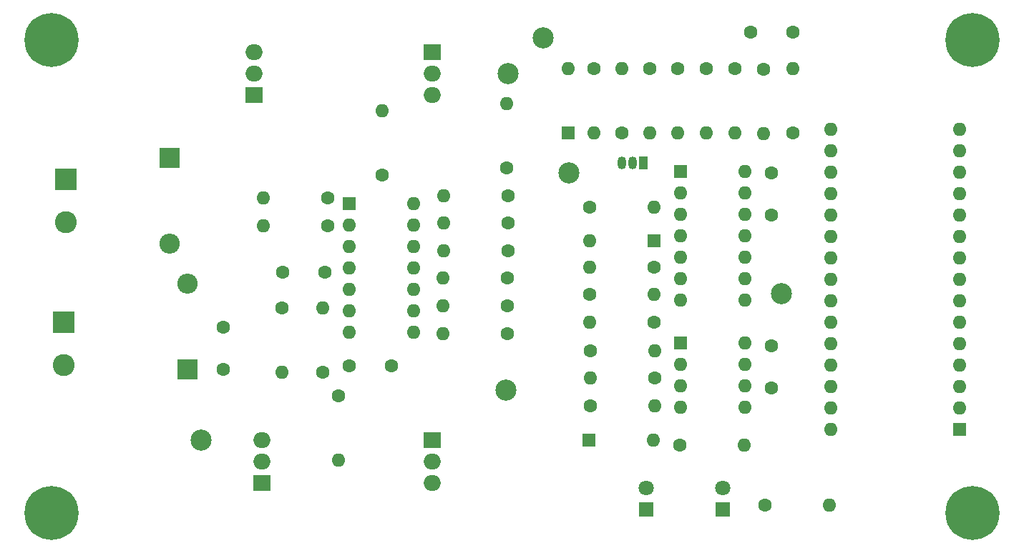
<source format=gbr>
%TF.GenerationSoftware,KiCad,Pcbnew,7.0.1*%
%TF.CreationDate,2023-08-13T16:19:12-06:00*%
%TF.ProjectId,USB_curve_tracer,5553425f-6375-4727-9665-5f7472616365,2*%
%TF.SameCoordinates,Original*%
%TF.FileFunction,Soldermask,Bot*%
%TF.FilePolarity,Negative*%
%FSLAX46Y46*%
G04 Gerber Fmt 4.6, Leading zero omitted, Abs format (unit mm)*
G04 Created by KiCad (PCBNEW 7.0.1) date 2023-08-13 16:19:12*
%MOMM*%
%LPD*%
G01*
G04 APERTURE LIST*
%ADD10C,1.600000*%
%ADD11O,1.600000X1.600000*%
%ADD12C,2.500000*%
%ADD13R,1.600000X1.600000*%
%ADD14R,2.400000X2.400000*%
%ADD15O,2.400000X2.400000*%
%ADD16R,2.000000X1.905000*%
%ADD17O,2.000000X1.905000*%
%ADD18C,0.800000*%
%ADD19C,6.400000*%
%ADD20R,2.600000X2.600000*%
%ADD21C,2.600000*%
%ADD22R,1.800000X1.800000*%
%ADD23C,1.800000*%
%ADD24R,1.050000X1.500000*%
%ADD25O,1.050000X1.500000*%
G04 APERTURE END LIST*
D10*
%TO.C,R25*%
X164492056Y-76382944D03*
D11*
X164492056Y-84002944D03*
%TD*%
D10*
%TO.C,R1*%
X150790000Y-116300000D03*
D11*
X158410000Y-116300000D03*
%TD*%
D10*
%TO.C,R28*%
X150790000Y-109800000D03*
D11*
X158410000Y-109800000D03*
%TD*%
D12*
%TO.C,TP1*%
X104697056Y-120352944D03*
%TD*%
D13*
%TO.C,D5*%
X158310000Y-96800000D03*
D11*
X150690000Y-96800000D03*
%TD*%
D14*
%TO.C,D2*%
X100997056Y-86917944D03*
D15*
X100997056Y-97077944D03*
%TD*%
D10*
%TO.C,R12*%
X171397056Y-128067944D03*
D11*
X179017056Y-128067944D03*
%TD*%
D13*
%TO.C,D3*%
X148127056Y-84017944D03*
D11*
X148127056Y-76397944D03*
%TD*%
D12*
%TO.C,TP3*%
X148200000Y-88700000D03*
%TD*%
D16*
%TO.C,Q5*%
X111942056Y-125492944D03*
D17*
X111942056Y-122952944D03*
X111942056Y-120412944D03*
%TD*%
D10*
%TO.C,R20*%
X154527056Y-84017944D03*
D11*
X154527056Y-76397944D03*
%TD*%
D13*
%TO.C,U1*%
X161397056Y-108872944D03*
D11*
X161397056Y-111412944D03*
X161397056Y-113952944D03*
X161397056Y-116492944D03*
X169017056Y-116492944D03*
X169017056Y-113952944D03*
X169017056Y-111412944D03*
X169017056Y-108872944D03*
%TD*%
D13*
%TO.C,D4*%
X150590000Y-120400000D03*
D11*
X158210000Y-120400000D03*
%TD*%
D18*
%TO.C,H2*%
X193600000Y-73000000D03*
X194302944Y-71302944D03*
X194302944Y-74697056D03*
X196000000Y-70600000D03*
D19*
X196000000Y-73000000D03*
D18*
X196000000Y-75400000D03*
X197697056Y-71302944D03*
X197697056Y-74697056D03*
X198400000Y-73000000D03*
%TD*%
D10*
%TO.C,R14*%
X140967056Y-107797944D03*
D11*
X133347056Y-107797944D03*
%TD*%
D10*
%TO.C,R22*%
X171227056Y-76407944D03*
D11*
X171227056Y-84027944D03*
%TD*%
D18*
%TO.C,H1*%
X84600000Y-73000000D03*
X85302944Y-71302944D03*
X85302944Y-74697056D03*
X87000000Y-70600000D03*
D19*
X87000000Y-73000000D03*
D18*
X87000000Y-75400000D03*
X88697056Y-71302944D03*
X88697056Y-74697056D03*
X89400000Y-73000000D03*
%TD*%
D10*
%TO.C,R27*%
X157762056Y-76387944D03*
D11*
X157762056Y-84007944D03*
%TD*%
D16*
%TO.C,Q1*%
X110942056Y-79492944D03*
D17*
X110942056Y-76952944D03*
X110942056Y-74412944D03*
%TD*%
D10*
%TO.C,R2*%
X119067056Y-112307944D03*
D11*
X119067056Y-104687944D03*
%TD*%
D10*
%TO.C,R11*%
X161390000Y-121000000D03*
D11*
X169010000Y-121000000D03*
%TD*%
D20*
%TO.C,J2*%
X88470169Y-106453452D03*
D21*
X88470169Y-111533452D03*
%TD*%
D16*
%TO.C,Q2*%
X132052056Y-74412944D03*
D17*
X132052056Y-76952944D03*
X132052056Y-79492944D03*
%TD*%
D10*
%TO.C,R5*%
X151227056Y-76397944D03*
D11*
X151227056Y-84017944D03*
%TD*%
D10*
%TO.C,C2*%
X174700000Y-72000000D03*
X169700000Y-72000000D03*
%TD*%
D20*
%TO.C,J1*%
X88677669Y-89453452D03*
D21*
X88677669Y-94533452D03*
%TD*%
D13*
%TO.C,U3*%
X161397056Y-88587944D03*
D11*
X161397056Y-91127944D03*
X161397056Y-93667944D03*
X161397056Y-96207944D03*
X161397056Y-98747944D03*
X161397056Y-101287944D03*
X161397056Y-103827944D03*
X169017056Y-103827944D03*
X169017056Y-101287944D03*
X169017056Y-98747944D03*
X169017056Y-96207944D03*
X169017056Y-93667944D03*
X169017056Y-91127944D03*
X169017056Y-88587944D03*
%TD*%
D10*
%TO.C,C3*%
X107297056Y-111997944D03*
X107297056Y-106997944D03*
%TD*%
D22*
%TO.C,D6*%
X157397056Y-128607944D03*
D23*
X157397056Y-126067944D03*
%TD*%
D10*
%TO.C,C5*%
X172197056Y-88712944D03*
X172197056Y-93712944D03*
%TD*%
%TO.C,R17*%
X158310000Y-106400000D03*
D11*
X150690000Y-106400000D03*
%TD*%
D10*
%TO.C,C8*%
X122267056Y-111612944D03*
X127267056Y-111612944D03*
%TD*%
%TO.C,R24*%
X167892056Y-76387944D03*
D11*
X167892056Y-84007944D03*
%TD*%
D10*
%TO.C,R10*%
X150690000Y-92800000D03*
D11*
X158310000Y-92800000D03*
%TD*%
D10*
%TO.C,R4*%
X126097056Y-88972944D03*
D11*
X126097056Y-81352944D03*
%TD*%
D10*
%TO.C,R30*%
X158310000Y-99900000D03*
D11*
X150690000Y-99900000D03*
%TD*%
D10*
%TO.C,R8*%
X140997056Y-97952944D03*
D11*
X133377056Y-97952944D03*
%TD*%
D10*
%TO.C,R26*%
X161092056Y-76387944D03*
D11*
X161092056Y-84007944D03*
%TD*%
D18*
%TO.C,H4*%
X193600000Y-129000000D03*
X194302944Y-127302944D03*
X194302944Y-130697056D03*
X196000000Y-126600000D03*
D19*
X196000000Y-129000000D03*
D18*
X196000000Y-131400000D03*
X197697056Y-127302944D03*
X197697056Y-130697056D03*
X198400000Y-129000000D03*
%TD*%
D10*
%TO.C,R21*%
X174727056Y-84007944D03*
D11*
X174727056Y-76387944D03*
%TD*%
D10*
%TO.C,R15*%
X140967056Y-104497944D03*
D11*
X133347056Y-104497944D03*
%TD*%
D10*
%TO.C,R16*%
X140967056Y-101197944D03*
D11*
X133347056Y-101197944D03*
%TD*%
D12*
%TO.C,TP4*%
X145200000Y-72700000D03*
%TD*%
D13*
%TO.C,A1*%
X194437056Y-119152944D03*
D11*
X194437056Y-116612944D03*
X194437056Y-114072944D03*
X194437056Y-111532944D03*
X194437056Y-108992944D03*
X194437056Y-106452944D03*
X194437056Y-103912944D03*
X194437056Y-101372944D03*
X194437056Y-98832944D03*
X194437056Y-96292944D03*
X194437056Y-93752944D03*
X194437056Y-91212944D03*
X194437056Y-88672944D03*
X194437056Y-86132944D03*
X194437056Y-83592944D03*
X179197056Y-83592944D03*
X179197056Y-86132944D03*
X179197056Y-88672944D03*
X179197056Y-91212944D03*
X179197056Y-93752944D03*
X179197056Y-96292944D03*
X179197056Y-98832944D03*
X179197056Y-101372944D03*
X179197056Y-103912944D03*
X179197056Y-106452944D03*
X179197056Y-108992944D03*
X179197056Y-111532944D03*
X179197056Y-114072944D03*
X179197056Y-116612944D03*
X179197056Y-119152944D03*
%TD*%
D14*
%TO.C,D1*%
X103097056Y-112032944D03*
D15*
X103097056Y-101872944D03*
%TD*%
D24*
%TO.C,U4*%
X157070000Y-87500000D03*
D25*
X155800000Y-87500000D03*
X154530000Y-87500000D03*
%TD*%
D12*
%TO.C,TP2*%
X140997056Y-76952944D03*
%TD*%
D10*
%TO.C,C1*%
X172197056Y-114172944D03*
X172197056Y-109172944D03*
%TD*%
D18*
%TO.C,H3*%
X84600000Y-129000000D03*
X85302944Y-127302944D03*
X85302944Y-130697056D03*
X87000000Y-126600000D03*
D19*
X87000000Y-129000000D03*
D18*
X87000000Y-131400000D03*
X88697056Y-127302944D03*
X88697056Y-130697056D03*
X89400000Y-129000000D03*
%TD*%
D10*
%TO.C,R19*%
X140997056Y-91452944D03*
D11*
X133377056Y-91452944D03*
%TD*%
D16*
%TO.C,Q6*%
X132052056Y-120412944D03*
D17*
X132052056Y-122952944D03*
X132052056Y-125492944D03*
%TD*%
D10*
%TO.C,R13*%
X140867056Y-88112944D03*
D11*
X140867056Y-80492944D03*
%TD*%
D10*
%TO.C,R29*%
X150660000Y-103105000D03*
D11*
X158280000Y-103105000D03*
%TD*%
D10*
%TO.C,R23*%
X158400000Y-113000000D03*
D11*
X150780000Y-113000000D03*
%TD*%
D10*
%TO.C,R18*%
X140987056Y-94652944D03*
D11*
X133367056Y-94652944D03*
%TD*%
D22*
%TO.C,D7*%
X166397056Y-128607944D03*
D23*
X166397056Y-126067944D03*
%TD*%
D10*
%TO.C,R9*%
X120997056Y-115142944D03*
D11*
X120997056Y-122762944D03*
%TD*%
D10*
%TO.C,C4*%
X119387056Y-100452944D03*
X114387056Y-100452944D03*
%TD*%
D13*
%TO.C,U2*%
X122267056Y-92372944D03*
D11*
X122267056Y-94912944D03*
X122267056Y-97452944D03*
X122267056Y-99992944D03*
X122267056Y-102532944D03*
X122267056Y-105072944D03*
X122267056Y-107612944D03*
X129887056Y-107612944D03*
X129887056Y-105072944D03*
X129887056Y-102532944D03*
X129887056Y-99992944D03*
X129887056Y-97452944D03*
X129887056Y-94912944D03*
X129887056Y-92372944D03*
%TD*%
D12*
%TO.C,TP5*%
X140797056Y-114452944D03*
%TD*%
%TO.C,TP6*%
X173397056Y-103067944D03*
%TD*%
D10*
%TO.C,R7*%
X119710000Y-91700000D03*
D11*
X112090000Y-91700000D03*
%TD*%
D10*
%TO.C,R3*%
X114297056Y-104687944D03*
D11*
X114297056Y-112307944D03*
%TD*%
D10*
%TO.C,R6*%
X119687056Y-94997944D03*
D11*
X112067056Y-94997944D03*
%TD*%
M02*

</source>
